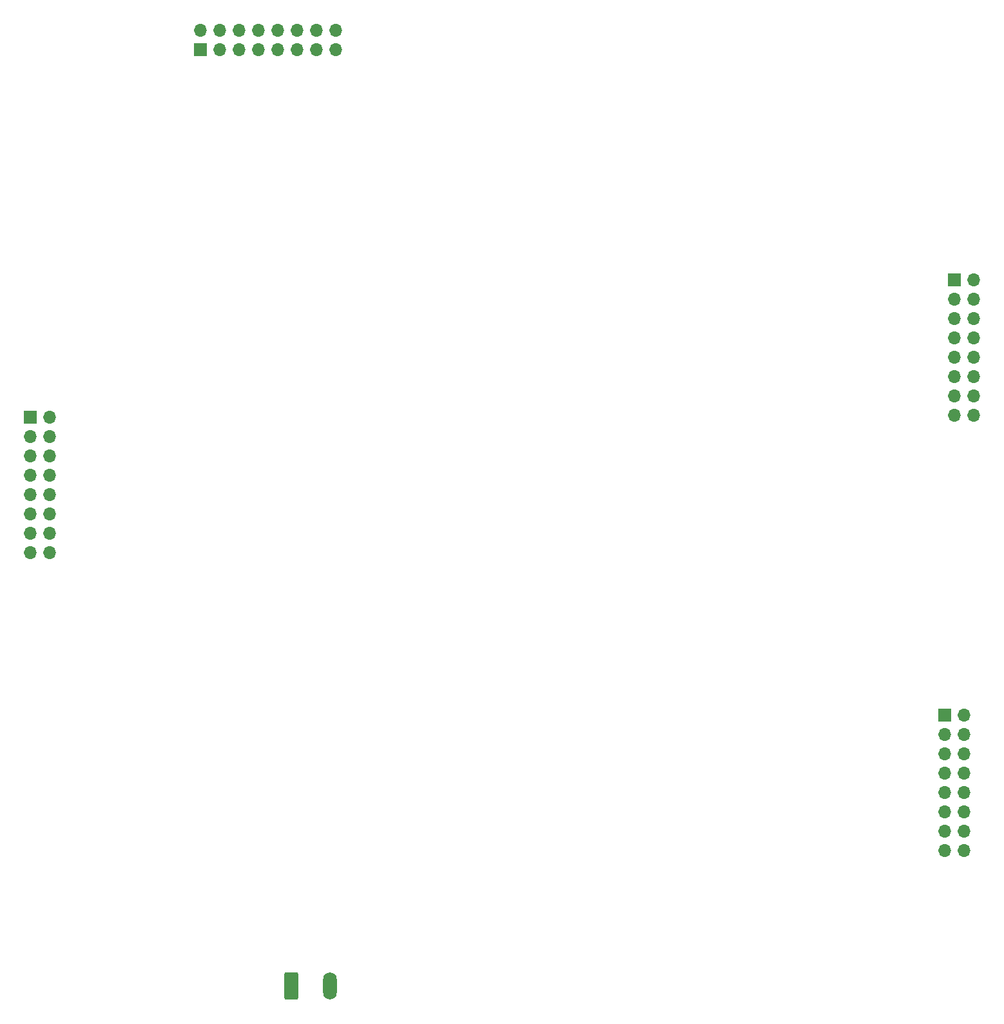
<source format=gbr>
%TF.GenerationSoftware,KiCad,Pcbnew,(6.0.1)*%
%TF.CreationDate,2026-02-13T09:13:13+05:30*%
%TF.ProjectId,bluetooth-daq-digital-submodule,626c7565-746f-46f7-9468-2d6461712d64,rev?*%
%TF.SameCoordinates,Original*%
%TF.FileFunction,Soldermask,Bot*%
%TF.FilePolarity,Negative*%
%FSLAX46Y46*%
G04 Gerber Fmt 4.6, Leading zero omitted, Abs format (unit mm)*
G04 Created by KiCad (PCBNEW (6.0.1)) date 2026-02-13 09:13:13*
%MOMM*%
%LPD*%
G01*
G04 APERTURE LIST*
G04 Aperture macros list*
%AMRoundRect*
0 Rectangle with rounded corners*
0 $1 Rounding radius*
0 $2 $3 $4 $5 $6 $7 $8 $9 X,Y pos of 4 corners*
0 Add a 4 corners polygon primitive as box body*
4,1,4,$2,$3,$4,$5,$6,$7,$8,$9,$2,$3,0*
0 Add four circle primitives for the rounded corners*
1,1,$1+$1,$2,$3*
1,1,$1+$1,$4,$5*
1,1,$1+$1,$6,$7*
1,1,$1+$1,$8,$9*
0 Add four rect primitives between the rounded corners*
20,1,$1+$1,$2,$3,$4,$5,0*
20,1,$1+$1,$4,$5,$6,$7,0*
20,1,$1+$1,$6,$7,$8,$9,0*
20,1,$1+$1,$8,$9,$2,$3,0*%
G04 Aperture macros list end*
%ADD10R,1.700000X1.700000*%
%ADD11O,1.700000X1.700000*%
%ADD12RoundRect,0.250000X-0.650000X-1.550000X0.650000X-1.550000X0.650000X1.550000X-0.650000X1.550000X0*%
%ADD13O,1.800000X3.600000*%
G04 APERTURE END LIST*
D10*
%TO.C,J4*%
X118379000Y-86111000D03*
D11*
X118379000Y-83571000D03*
X120919000Y-86111000D03*
X120919000Y-83571000D03*
X123459000Y-86111000D03*
X123459000Y-83571000D03*
X125999000Y-86111000D03*
X125999000Y-83571000D03*
X128539000Y-86111000D03*
X128539000Y-83571000D03*
X131079000Y-86111000D03*
X131079000Y-83571000D03*
X133619000Y-86111000D03*
X133619000Y-83571000D03*
X136159000Y-86111000D03*
X136159000Y-83571000D03*
%TD*%
D10*
%TO.C,J1*%
X96007000Y-134381000D03*
D11*
X98547000Y-134381000D03*
X96007000Y-136921000D03*
X98547000Y-136921000D03*
X96007000Y-139461000D03*
X98547000Y-139461000D03*
X96007000Y-142001000D03*
X98547000Y-142001000D03*
X96007000Y-144541000D03*
X98547000Y-144541000D03*
X96007000Y-147081000D03*
X98547000Y-147081000D03*
X96007000Y-149621000D03*
X98547000Y-149621000D03*
X96007000Y-152161000D03*
X98547000Y-152161000D03*
%TD*%
D10*
%TO.C,J3*%
X216149000Y-173497000D03*
D11*
X218689000Y-173497000D03*
X216149000Y-176037000D03*
X218689000Y-176037000D03*
X216149000Y-178577000D03*
X218689000Y-178577000D03*
X216149000Y-181117000D03*
X218689000Y-181117000D03*
X216149000Y-183657000D03*
X218689000Y-183657000D03*
X216149000Y-186197000D03*
X218689000Y-186197000D03*
X216149000Y-188737000D03*
X218689000Y-188737000D03*
X216149000Y-191277000D03*
X218689000Y-191277000D03*
%TD*%
D12*
%TO.C,J5*%
X130319500Y-209022500D03*
D13*
X135399500Y-209022500D03*
%TD*%
D11*
%TO.C,J2*%
X219959000Y-134127000D03*
X217419000Y-134127000D03*
X219959000Y-131587000D03*
X217419000Y-131587000D03*
X219959000Y-129047000D03*
X217419000Y-129047000D03*
X219959000Y-126507000D03*
X217419000Y-126507000D03*
X219959000Y-123967000D03*
X217419000Y-123967000D03*
X219959000Y-121427000D03*
X217419000Y-121427000D03*
X219959000Y-118887000D03*
X217419000Y-118887000D03*
X219959000Y-116347000D03*
D10*
X217419000Y-116347000D03*
%TD*%
M02*

</source>
